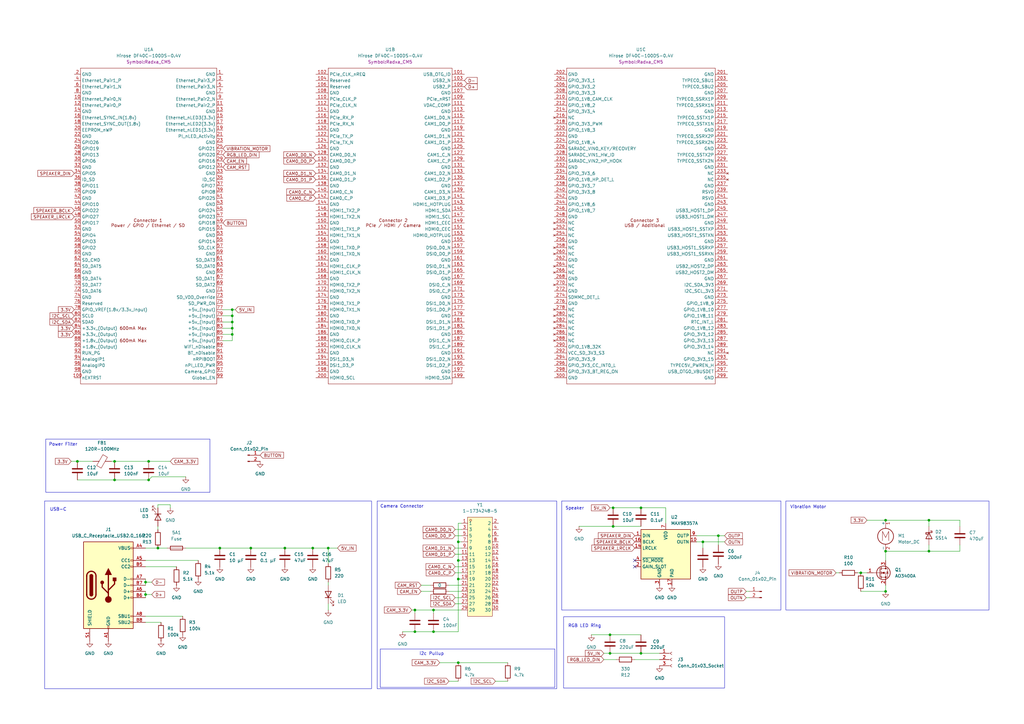
<source format=kicad_sch>
(kicad_sch (version 20250114) (generator "eeschema") (generator_version "9.0")
  (paper "A3")
  (rectangle (start 322.326 205.486) (end 405.638 250.19))
  (rectangle (start 154.686 205.486) (end 228.346 282.448))
  (rectangle (start 18.796 180.086) (end 86.106 201.93))
  (rectangle (start 230.378 205.486) (end 320.294 250.19))
  (rectangle (start 155.956 266.192) (end 227.584 281.94))
  (rectangle (start 18.288 205.486) (end 152.4 282.448))
  (rectangle (start 231.14 252.984) (end 297.18 282.194))
  (text "i2c Pullup" (at 177.038 268.224 0) (effects (font (size 1.27 1.27))))
  (text "Speaker\n" (at 235.712 208.534 0) (effects (font (size 1.27 1.27))))
  (text "USB-C\n" (at 23.876 209.042 0) (effects (font (size 1.27 1.27))))
  (text "RGB LED Ring" (at 239.776 256.794 0) (effects (font (size 1.27 1.27))))
  (text "Power Filter\n" (at 25.908 182.372 0) (effects (font (size 1.27 1.27))))
  (text "Camera Connector" (at 164.846 207.772 0) (effects (font (size 1.27 1.27))))
  (text "Vibration Motor\n" (at 331.47 208.026 0) (effects (font (size 1.27 1.27))))
  (junction (at 262.89 267.97))
  (junction (at 363.22 213.36))
  (junction (at 64.77 224.79))
  (junction (at 251.46 215.9))
  (junction (at 288.29 222.25))
  (junction (at 46.99 189.23))
  (junction (at 294.64 219.71))
  (junction (at 187.96 222.25))
  (junction (at 128.27 224.79))
  (junction (at 353.06 234.95))
  (junction (at 363.22 242.57))
  (junction (at 59.69 243.84))
  (junction (at 250.19 267.97))
  (junction (at 116.84 224.79))
  (junction (at 31.75 189.23))
  (junction (at 102.87 224.79))
  (junction (at 363.22 226.06))
  (junction (at 95.25 127))
  (junction (at 95.25 132.08))
  (junction (at 170.18 250.19))
  (junction (at 59.69 238.76))
  (junction (at 46.99 196.85))
  (junction (at 187.96 229.87))
  (junction (at 60.96 189.23))
  (junction (at 90.17 224.79))
  (junction (at 134.62 224.79))
  (junction (at 381 226.06))
  (junction (at 177.8 259.08))
  (junction (at 251.46 208.28))
  (junction (at 95.25 137.16))
  (junction (at 170.18 259.08))
  (junction (at 262.89 208.28))
  (junction (at 177.8 250.19))
  (junction (at 95.25 134.62))
  (junction (at 60.96 196.85))
  (junction (at 187.96 271.78))
  (junction (at 95.25 129.54))
  (junction (at 250.19 260.35))
  (junction (at 381 213.36))
  (junction (at 187.96 237.49))
  (no_connect (at 260.35 229.87))
  (no_connect (at 260.35 232.41))
  (wire (pts (xy 381 213.36) (xy 381 215.9)))
  (wire (pts (xy 91.44 127) (xy 95.25 127)))
  (wire (pts (xy 260.35 270.51) (xy 270.51 270.51)))
  (wire (pts (xy 102.87 224.79) (xy 116.84 224.79)))
  (wire (pts (xy 95.25 127) (xy 96.52 127)))
  (wire (pts (xy 59.69 242.57) (xy 59.69 243.84)))
  (wire (pts (xy 288.29 222.25) (xy 288.29 224.79)))
  (wire (pts (xy 294.64 219.71) (xy 294.64 223.52)))
  (wire (pts (xy 59.69 237.49) (xy 59.69 238.76)))
  (wire (pts (xy 62.23 238.76) (xy 59.69 238.76)))
  (wire (pts (xy 59.69 252.73) (xy 74.93 252.73)))
  (wire (pts (xy 251.46 208.28) (xy 262.89 208.28)))
  (wire (pts (xy 184.15 242.57) (xy 189.23 242.57)))
  (wire (pts (xy 247.65 267.97) (xy 250.19 267.97)))
  (wire (pts (xy 355.6 213.36) (xy 363.22 213.36)))
  (wire (pts (xy 288.29 222.25) (xy 285.75 222.25)))
  (wire (pts (xy 342.9 234.95) (xy 344.17 234.95)))
  (wire (pts (xy 187.96 271.78) (xy 208.28 271.78)))
  (wire (pts (xy 186.69 245.11) (xy 189.23 245.11)))
  (wire (pts (xy 60.96 189.23) (xy 69.85 189.23)))
  (wire (pts (xy 134.62 224.79) (xy 134.62 231.14)))
  (wire (pts (xy 393.7 213.36) (xy 393.7 215.9)))
  (wire (pts (xy 45.72 189.23) (xy 46.99 189.23)))
  (wire (pts (xy 64.77 207.01) (xy 64.77 208.28)))
  (wire (pts (xy 172.72 240.03) (xy 176.53 240.03)))
  (wire (pts (xy 297.18 219.71) (xy 294.64 219.71)))
  (wire (pts (xy 250.19 208.28) (xy 251.46 208.28)))
  (wire (pts (xy 306.07 242.57) (xy 307.34 242.57)))
  (wire (pts (xy 116.84 224.79) (xy 128.27 224.79)))
  (wire (pts (xy 187.96 237.49) (xy 189.23 237.49)))
  (wire (pts (xy 177.8 250.19) (xy 177.8 251.46)))
  (wire (pts (xy 187.96 229.87) (xy 187.96 237.49)))
  (wire (pts (xy 64.77 224.79) (xy 68.58 224.79)))
  (wire (pts (xy 251.46 215.9) (xy 262.89 215.9)))
  (wire (pts (xy 306.07 245.11) (xy 307.34 245.11)))
  (wire (pts (xy 273.05 208.28) (xy 273.05 214.63)))
  (wire (pts (xy 95.25 127) (xy 95.25 129.54)))
  (wire (pts (xy 262.89 208.28) (xy 273.05 208.28)))
  (wire (pts (xy 59.69 232.41) (xy 72.39 232.41)))
  (wire (pts (xy 353.06 242.57) (xy 363.22 242.57)))
  (wire (pts (xy 31.75 196.85) (xy 46.99 196.85)))
  (wire (pts (xy 250.19 267.97) (xy 262.89 267.97)))
  (wire (pts (xy 186.69 234.95) (xy 189.23 234.95)))
  (wire (pts (xy 95.25 137.16) (xy 95.25 139.7)))
  (wire (pts (xy 59.69 224.79) (xy 64.77 224.79)))
  (wire (pts (xy 62.23 243.84) (xy 59.69 243.84)))
  (wire (pts (xy 90.17 224.79) (xy 102.87 224.79)))
  (wire (pts (xy 91.44 129.54) (xy 95.25 129.54)))
  (wire (pts (xy 247.65 270.51) (xy 252.73 270.51)))
  (wire (pts (xy 237.49 215.9) (xy 251.46 215.9)))
  (wire (pts (xy 95.25 134.62) (xy 95.25 137.16)))
  (wire (pts (xy 186.69 224.79) (xy 189.23 224.79)))
  (wire (pts (xy 76.2 195.58) (xy 62.23 195.58)))
  (wire (pts (xy 187.96 214.63) (xy 189.23 214.63)))
  (wire (pts (xy 186.69 217.17) (xy 189.23 217.17)))
  (wire (pts (xy 76.2 224.79) (xy 90.17 224.79)))
  (wire (pts (xy 165.1 259.08) (xy 170.18 259.08)))
  (wire (pts (xy 186.69 247.65) (xy 189.23 247.65)))
  (wire (pts (xy 95.25 129.54) (xy 95.25 132.08)))
  (wire (pts (xy 59.69 243.84) (xy 59.69 245.11)))
  (wire (pts (xy 69.85 207.01) (xy 64.77 207.01)))
  (wire (pts (xy 187.96 222.25) (xy 187.96 229.87)))
  (wire (pts (xy 363.22 226.06) (xy 381 226.06)))
  (wire (pts (xy 242.57 260.35) (xy 250.19 260.35)))
  (wire (pts (xy 59.69 238.76) (xy 59.69 240.03)))
  (wire (pts (xy 184.15 279.4) (xy 187.96 279.4)))
  (wire (pts (xy 184.15 240.03) (xy 189.23 240.03)))
  (wire (pts (xy 351.79 234.95) (xy 353.06 234.95)))
  (wire (pts (xy 64.77 215.9) (xy 64.77 217.17)))
  (wire (pts (xy 381 213.36) (xy 393.7 213.36)))
  (wire (pts (xy 363.22 242.57) (xy 363.22 240.03)))
  (wire (pts (xy 91.44 132.08) (xy 95.25 132.08)))
  (wire (pts (xy 363.22 213.36) (xy 381 213.36)))
  (wire (pts (xy 128.27 224.79) (xy 134.62 224.79)))
  (wire (pts (xy 381 226.06) (xy 393.7 226.06)))
  (wire (pts (xy 186.69 232.41) (xy 189.23 232.41)))
  (wire (pts (xy 62.23 195.58) (xy 60.96 196.85)))
  (wire (pts (xy 168.91 250.19) (xy 170.18 250.19)))
  (wire (pts (xy 187.96 222.25) (xy 189.23 222.25)))
  (wire (pts (xy 262.89 267.97) (xy 270.51 267.97)))
  (wire (pts (xy 297.18 222.25) (xy 288.29 222.25)))
  (wire (pts (xy 91.44 134.62) (xy 95.25 134.62)))
  (wire (pts (xy 187.96 214.63) (xy 187.96 222.25)))
  (wire (pts (xy 69.85 207.01) (xy 69.85 208.28)))
  (wire (pts (xy 134.62 247.65) (xy 134.62 250.19)))
  (wire (pts (xy 177.8 259.08) (xy 187.96 259.08)))
  (wire (pts (xy 59.69 255.27) (xy 66.04 255.27)))
  (wire (pts (xy 46.99 196.85) (xy 60.96 196.85)))
  (wire (pts (xy 134.62 224.79) (xy 138.43 224.79)))
  (wire (pts (xy 59.69 229.87) (xy 81.28 229.87)))
  (wire (pts (xy 134.62 240.03) (xy 134.62 238.76)))
  (wire (pts (xy 250.19 260.35) (xy 262.89 260.35)))
  (wire (pts (xy 170.18 259.08) (xy 177.8 259.08)))
  (wire (pts (xy 180.34 271.78) (xy 187.96 271.78)))
  (wire (pts (xy 186.69 227.33) (xy 189.23 227.33)))
  (wire (pts (xy 29.21 189.23) (xy 31.75 189.23)))
  (wire (pts (xy 91.44 137.16) (xy 95.25 137.16)))
  (wire (pts (xy 91.44 139.7) (xy 95.25 139.7)))
  (wire (pts (xy 186.69 219.71) (xy 189.23 219.71)))
  (wire (pts (xy 177.8 250.19) (xy 189.23 250.19)))
  (wire (pts (xy 187.96 229.87) (xy 189.23 229.87)))
  (wire (pts (xy 353.06 234.95) (xy 355.6 234.95)))
  (wire (pts (xy 363.22 226.06) (xy 363.22 229.87)))
  (wire (pts (xy 187.96 237.49) (xy 187.96 259.08)))
  (wire (pts (xy 170.18 250.19) (xy 170.18 251.46)))
  (wire (pts (xy 294.64 219.71) (xy 285.75 219.71)))
  (wire (pts (xy 381 223.52) (xy 381 226.06)))
  (wire (pts (xy 208.28 279.4) (xy 203.2 279.4)))
  (wire (pts (xy 170.18 250.19) (xy 177.8 250.19)))
  (wire (pts (xy 31.75 189.23) (xy 38.1 189.23)))
  (wire (pts (xy 172.72 242.57) (xy 176.53 242.57)))
  (wire (pts (xy 393.7 223.52) (xy 393.7 226.06)))
  (wire (pts (xy 46.99 189.23) (xy 60.96 189.23)))
  (wire (pts (xy 95.25 132.08) (xy 95.25 134.62)))
  (global_label "3.3V" (shape input) (at 30.48 137.16 180) (property "Intersheetrefs" "${INTERSHEET_REFS}" (effects (hide yes))))
  (global_label "SPEAKER_LRCLK" (shape input) (at 260.35 224.79 180) (property "Intersheetrefs" "${INTERSHEET_REFS}" (effects (hide yes))))
  (global_label "i2C_SDA" (shape input) (at 184.15 279.4 180) (property "Intersheetrefs" "${INTERSHEET_REFS}" (effects (hide yes))))
  (global_label "SPEAKER_BCLK" (shape input) (at 30.48 86.36 180) (property "Intersheetrefs" "${INTERSHEET_REFS}" (effects (hide yes))))
  (global_label "SPEAKER_LRCLK" (shape input) (at 30.48 88.9 180) (property "Intersheetrefs" "${INTERSHEET_REFS}" (effects (hide yes))))
  (global_label "RGB_LED_DIN" (shape input) (at 91.44 63.5 0) (property "Intersheetrefs" "${INTERSHEET_REFS}" (effects (hide yes))))
  (global_label "CAM0_D0_N" (shape input) (at 186.69 217.17 180) (property "Intersheetrefs" "${INTERSHEET_REFS}" (effects (hide yes))))
  (global_label "CAM_3.3V" (shape input) (at 168.91 250.19 180) (property "Intersheetrefs" "${INTERSHEET_REFS}" (effects (hide yes))))
  (global_label "VIBRATION_MOTOR" (shape input) (at 91.44 60.96 0) (property "Intersheetrefs" "${INTERSHEET_REFS}" (effects (hide yes))))
  (global_label "OUTN" (shape input) (at 306.07 245.11 180) (property "Intersheetrefs" "${INTERSHEET_REFS}" (effects (hide yes))))
  (global_label "BUTTON" (shape input) (at 91.44 91.44 0) (property "Intersheetrefs" "${INTERSHEET_REFS}" (effects (hide yes))))
  (global_label "CAM0_D0_N" (shape input) (at 129.54 63.5 180) (property "Intersheetrefs" "${INTERSHEET_REFS}" (effects (hide yes))))
  (global_label "CAM0_C_P" (shape input) (at 129.54 81.28 180) (property "Intersheetrefs" "${INTERSHEET_REFS}" (effects (hide yes))))
  (global_label "5V_IN" (shape input) (at 138.43 224.79 0) (property "Intersheetrefs" "${INTERSHEET_REFS}" (effects (hide yes))))
  (global_label "CAM_3.3V" (shape input) (at 69.85 189.23 0) (property "Intersheetrefs" "${INTERSHEET_REFS}" (effects (hide yes))))
  (global_label "3.3V" (shape input) (at 30.48 127 180) (property "Intersheetrefs" "${INTERSHEET_REFS}" (effects (hide yes))))
  (global_label "OUTP" (shape input) (at 306.07 242.57 180) (property "Intersheetrefs" "${INTERSHEET_REFS}" (effects (hide yes))))
  (global_label "3.3V" (shape input) (at 30.48 134.62 180) (property "Intersheetrefs" "${INTERSHEET_REFS}" (effects (hide yes))))
  (global_label "CAM0_D1_N" (shape input) (at 129.54 71.12 180) (property "Intersheetrefs" "${INTERSHEET_REFS}" (effects (hide yes))))
  (global_label "CAM0_D0_P" (shape input) (at 129.54 66.04 180) (property "Intersheetrefs" "${INTERSHEET_REFS}" (effects (hide yes))))
  (global_label "D-" (shape input) (at 190.5 33.02 0) (property "Intersheetrefs" "${INTERSHEET_REFS}" (effects (hide yes))))
  (global_label "CAM0_C_P" (shape input) (at 186.69 234.95 180) (property "Intersheetrefs" "${INTERSHEET_REFS}" (effects (hide yes))))
  (global_label "SPEAKER_DIN" (shape input) (at 260.35 219.71 180) (property "Intersheetrefs" "${INTERSHEET_REFS}" (effects (hide yes))))
  (global_label "D+" (shape input) (at 62.23 243.84 0) (property "Intersheetrefs" "${INTERSHEET_REFS}" (effects (hide yes))))
  (global_label "i2C_SCL" (shape input) (at 30.48 129.54 180) (property "Intersheetrefs" "${INTERSHEET_REFS}" (effects (hide yes))))
  (global_label "SPEAKER_DIN" (shape input) (at 30.48 71.12 180) (property "Intersheetrefs" "${INTERSHEET_REFS}" (effects (hide yes))))
  (global_label "CAM_RST" (shape input) (at 172.72 240.03 180) (property "Intersheetrefs" "${INTERSHEET_REFS}" (effects (hide yes))))
  (global_label "OUTN" (shape input) (at 297.18 222.25 0) (property "Intersheetrefs" "${INTERSHEET_REFS}" (effects (hide yes))))
  (global_label "SPEAKER_BCLK" (shape input) (at 260.35 222.25 180) (property "Intersheetrefs" "${INTERSHEET_REFS}" (effects (hide yes))))
  (global_label "i2C_SDA" (shape input) (at 30.48 132.08 180) (property "Intersheetrefs" "${INTERSHEET_REFS}" (effects (hide yes))))
  (global_label "i2C_SCL" (shape input) (at 186.69 245.11 180) (property "Intersheetrefs" "${INTERSHEET_REFS}" (effects (hide yes))))
  (global_label "CAM0_D1_N" (shape input) (at 186.69 224.79 180) (property "Intersheetrefs" "${INTERSHEET_REFS}" (effects (hide yes))))
  (global_label "CAM0_C_N" (shape input) (at 186.69 232.41 180) (property "Intersheetrefs" "${INTERSHEET_REFS}" (effects (hide yes))))
  (global_label "D+" (shape input) (at 190.5 35.56 0) (property "Intersheetrefs" "${INTERSHEET_REFS}" (effects (hide yes))))
  (global_label "5V_IN" (shape input) (at 247.65 267.97 180) (property "Intersheetrefs" "${INTERSHEET_REFS}" (effects (hide yes))))
  (global_label "CAM_RST" (shape input) (at 91.44 68.58 0) (property "Intersheetrefs" "${INTERSHEET_REFS}" (effects (hide yes))))
  (global_label "CAM0_D0_P" (shape input) (at 186.69 219.71 180) (property "Intersheetrefs" "${INTERSHEET_REFS}" (effects (hide yes))))
  (global_label "CAM_EN" (shape input) (at 91.44 66.04 0) (property "Intersheetrefs" "${INTERSHEET_REFS}" (effects (hide yes))))
  (global_label "3.3V" (shape input) (at 355.6 213.36 180) (property "Intersheetrefs" "${INTERSHEET_REFS}" (effects (hide yes))))
  (global_label "CAM_EN" (shape input) (at 172.72 242.57 180) (property "Intersheetrefs" "${INTERSHEET_REFS}" (effects (hide yes))))
  (global_label "CAM_3.3V" (shape input) (at 180.34 271.78 180) (property "Intersheetrefs" "${INTERSHEET_REFS}" (effects (hide yes))))
  (global_label "i2C_SCL" (shape input) (at 203.2 279.4 180) (property "Intersheetrefs" "${INTERSHEET_REFS}" (effects (hide yes))))
  (global_label "BUTTON" (shape input) (at 106.68 186.69 0) (property "Intersheetrefs" "${INTERSHEET_REFS}" (effects (hide yes))))
  (global_label "5V_IN" (shape input) (at 96.52 127 0) (property "Intersheetrefs" "${INTERSHEET_REFS}" (effects (hide yes))))
  (global_label "OUTP" (shape input) (at 297.18 219.71 0) (property "Intersheetrefs" "${INTERSHEET_REFS}" (effects (hide yes))))
  (global_label "i2C_SDA" (shape input) (at 186.69 247.65 180) (property "Intersheetrefs" "${INTERSHEET_REFS}" (effects (hide yes))))
  (global_label "3.3V" (shape input) (at 29.21 189.23 180) (property "Intersheetrefs" "${INTERSHEET_REFS}" (effects (hide yes))))
  (global_label "RGB_LED_DIN" (shape input) (at 247.65 270.51 180) (property "Intersheetrefs" "${INTERSHEET_REFS}" (effects (hide yes))))
  (global_label "CAM0_D1_P" (shape input) (at 129.54 73.66 180) (property "Intersheetrefs" "${INTERSHEET_REFS}" (effects (hide yes))))
  (global_label "5V_IN" (shape input) (at 250.19 208.28 180) (property "Intersheetrefs" "${INTERSHEET_REFS}" (effects (hide yes))))
  (global_label "VIBRATION_MOTOR" (shape input) (at 342.9 234.95 180) (property "Intersheetrefs" "${INTERSHEET_REFS}" (effects (hide yes))))
  (global_label "CAM0_C_N" (shape input) (at 129.54 78.74 180) (property "Intersheetrefs" "${INTERSHEET_REFS}" (effects (hide yes))))
  (global_label "CAM0_D1_P" (shape input) (at 186.69 227.33 180) (property "Intersheetrefs" "${INTERSHEET_REFS}" (effects (hide yes))))
  (global_label "D-" (shape input) (at 62.23 238.76 0) (property "Intersheetrefs" "${INTERSHEET_REFS}" (effects (hide yes))))
  (symbol (lib_id "Device:R") (at 72.39 236.22 0) (unit 1)
    (property "Reference" "R2" (at 74.93 234.9499 0) (effects (justify left)))
    (property "Value" "5.1k" (at 74.93 237.4899 0) (effects (justify left)))
    (property "Footprint" "Resistor_SMD:R_0805_2012Metric" (effects (hide yes)))
    (property "Description" "Resistor" (effects (hide yes)))
  )
  (symbol (lib_id "power:GND") (at 76.2 195.58 0) (unit 1)
    (property "Reference" "#PWR021" (effects (hide yes)))
    (property "Value" "GND" (at 76.2 200.66 0))
    (property "Description" "Power symbol creates a global label with name \"GND\" , ground" (effects (hide yes)))
  )
  (symbol (lib_id "Device:R") (at 353.06 238.76 0) (mirror x) (unit 1)
    (property "Reference" "R11" (at 356.87 237.49 0))
    (property "Value" "10k" (at 356.87 240.03 0))
    (property "Footprint" "Resistor_SMD:R_0805_2012Metric" (effects (hide yes)))
    (property "Description" "Resistor" (effects (hide yes)))
  )
  (symbol (lib_id "Device:FerriteBead") (at 41.91 189.23 90) (unit 1)
    (property "Reference" "FB1" (at 41.8592 181.61 90))
    (property "Value" "120R-100MHz" (at 41.8592 184.15 90))
    (property "Footprint" "Capacitor_SMD:C_0805_2012Metric" (effects (hide yes)))
    (property "Description" "Ferrite bead" (effects (hide yes)))
  )
  (symbol (lib_id "Device:C") (at 251.46 212.09 0) (unit 1)
    (property "Reference" "C10" (at 255.27 210.8199 0) (effects (justify left)))
    (property "Value" "10 uF" (at 255.27 213.3599 0) (effects (justify left)))
    (property "Footprint" "Capacitor_SMD:C_0805_2012Metric" (effects (hide yes)))
    (property "Description" "Unpolarized capacitor" (effects (hide yes)))
  )
  (symbol (lib_id "Device:R") (at 81.28 233.68 0) (unit 1)
    (property "Reference" "R4" (at 83.82 232.4099 0) (effects (justify left)))
    (property "Value" "5.1k" (at 83.82 234.9499 0) (effects (justify left)))
    (property "Footprint" "Resistor_SMD:R_0805_2012Metric" (effects (hide yes)))
    (property "Description" "Resistor" (effects (hide yes)))
  )
  (symbol (lib_id "power:GND") (at 165.1 259.08 0) (unit 1)
    (property "Reference" "#PWR018" (effects (hide yes)))
    (property "Value" "GND" (at 165.1 264.16 0))
    (property "Description" "Power symbol creates a global label with name \"GND\" , ground" (effects (hide yes)))
  )
  (symbol (lib_id "Device:R") (at 208.28 275.59 0) (unit 1)
    (property "Reference" "R9" (at 210.82 274.3199 0) (effects (justify left)))
    (property "Value" "4.7k" (at 210.82 276.8599 0) (effects (justify left)))
    (property "Footprint" "Resistor_SMD:R_0603_1608Metric" (effects (hide yes)))
    (property "Description" "Resistor" (effects (hide yes)))
  )
  (symbol (lib_id "Device:C") (at 250.19 264.16 0) (unit 1)
    (property "Reference" "C8" (at 254 262.8899 0) (effects (justify left)))
    (property "Value" "220 uF" (at 254 265.4299 0) (effects (justify left)))
    (property "Footprint" "Capacitor_SMD:C_0805_2012Metric" (effects (hide yes)))
    (property "Description" "Unpolarized capacitor" (effects (hide yes)))
  )
  (symbol (lib_id "MCU_Module:Radxa_CM5") (at 60.96 91.44 0) (unit 1)
    (property "Reference" "U1" (at 60.96 20.32 0))
    (property "Value" "Hirose DF40C-100DS-0.4V" (at 60.96 22.86 0))
    (property "Footprint" "Symbol:Radxa_CM5" (at 60.96 25.4 0))
    (property "Datasheet" "https://radxa.com/products/cm/cm5/#documentations" (effects (hide yes)))
    (property "Description" "Radxa CM5" (effects (hide yes)))
    (property "Version" "1.0" (effects (hide yes)))
  )
  (symbol (lib_id "Device:C") (at 170.18 255.27 0) (unit 1)
    (property "Reference" "C3" (effects (hide yes)))
    (property "Value" "10uF" (effects (hide yes)))
    (property "Footprint" "Capacitor_SMD:C_0805_2012Metric" (effects (hide yes)))
    (property "Description" "Unpolarized capacitor" (effects (hide yes)))
  )
  (symbol (lib_id "Device:C") (at 128.27 228.6 0) (unit 1)
    (property "Reference" "C16" (at 132.08 227.3299 0) (effects (justify left)))
    (property "Value" "47uF" (at 132.08 229.8699 0) (effects (justify left)))
    (property "Footprint" "Capacitor_SMD:C_1206_3216Metric" (effects (hide yes)))
    (property "Description" "Unpolarized capacitor" (effects (hide yes)))
  )
  (symbol (lib_id "Device:C") (at 288.29 228.6 0) (unit 1)
    (property "Reference" "C5" (effects (hide yes)))
    (property "Value" "200nF" (effects (hide yes)))
    (property "Footprint" "Capacitor_SMD:C_0805_2012Metric" (effects (hide yes)))
    (property "Description" "Unpolarized capacitor" (effects (hide yes)))
  )
  (symbol (lib_id "power:GND") (at 242.57 260.35 0) (unit 1)
    (property "Reference" "#PWR09" (effects (hide yes)))
    (property "Value" "GND" (at 242.57 265.43 0))
    (property "Description" "Power symbol creates a global label with name \"GND\" , ground" (effects (hide yes)))
  )
  (symbol (lib_id "Device:C") (at 90.17 228.6 0) (unit 1)
    (property "Reference" "C1" (at 93.98 227.3299 0) (effects (justify left)))
    (property "Value" "10 µF" (at 93.98 229.8699 0) (effects (justify left)))
    (property "Footprint" "Capacitor_SMD:C_0805_2012Metric" (effects (hide yes)))
    (property "Description" "Unpolarized capacitor" (effects (hide yes)))
  )
  (symbol (lib_id "Connector:Conn_01x02_Pin") (at 101.6 186.69 0) (unit 1)
    (property "Reference" "J2" (at 102.235 181.61 0))
    (property "Value" "Conn_01x02_Pin" (at 102.235 184.15 0))
    (property "Footprint" "TestPoint:TestPoint_Pad_3.0x3.0mm" (effects (hide yes)))
    (property "Description" "Generic connector, single row, 01x02, script generated" (effects (hide yes)))
  )
  (symbol (lib_id "power:GND") (at 294.64 231.14 0) (unit 1)
    (property "Reference" "#PWR016" (effects (hide yes)))
    (property "Value" "GND" (at 294.64 236.22 0))
    (property "Description" "Power symbol creates a global label with name \"GND\" , ground" (effects (hide yes)))
  )
  (symbol (lib_id "Device:C") (at 177.8 255.27 0) (unit 1)
    (property "Reference" "C4" (at 181.61 253.9999 0) (effects (justify left)))
    (property "Value" "100nF" (at 181.61 256.5399 0) (effects (justify left)))
    (property "Footprint" "Capacitor_SMD:C_0805_2012Metric" (effects (hide yes)))
    (property "Description" "Unpolarized capacitor" (effects (hide yes)))
  )
  (symbol (lib_id "power:GND") (at 270.51 240.03 0) (unit 1)
    (property "Reference" "#PWR013" (effects (hide yes)))
    (property "Value" "GND" (at 270.51 245.11 0))
    (property "Description" "Power symbol creates a global label with name \"GND\" , ground" (effects (hide yes)))
  )
  (symbol (lib_id "Device:C") (at 294.64 227.33 0) (unit 1)
    (property "Reference" "C6" (at 298.45 226.0599 0) (effects (justify left)))
    (property "Value" "200nF" (at 298.45 228.5999 0) (effects (justify left)))
    (property "Footprint" "Capacitor_SMD:C_0805_2012Metric" (effects (hide yes)))
    (property "Description" "Unpolarized capacitor" (effects (hide yes)))
  )
  (symbol (lib_id "power:GND") (at 363.22 242.57 0) (unit 1)
    (property "Reference" "#PWR012" (effects (hide yes)))
    (property "Value" "GND" (at 363.22 247.65 0))
    (property "Description" "Power symbol creates a global label with name \"GND\" , ground" (effects (hide yes)))
  )
  (symbol (lib_id "power:GND") (at 275.59 240.03 0) (unit 1)
    (property "Reference" "#PWR014" (effects (hide yes)))
    (property "Value" "GND" (at 275.59 245.11 0))
    (property "Description" "Power symbol creates a global label with name \"GND\" , ground" (effects (hide yes)))
  )
  (symbol (lib_id "power:GND") (at 36.83 262.89 0) (unit 1)
    (property "Reference" "#PWR08" (effects (hide yes)))
    (property "Value" "GND" (at 36.83 267.97 0))
    (property "Description" "Power symbol creates a global label with name \"GND\" , ground" (effects (hide yes)))
  )
  (symbol (lib_id "Device:C") (at 102.87 228.6 0) (unit 1)
    (property "Reference" "C2" (at 106.68 227.3299 0) (effects (justify left)))
    (property "Value" "0.1 µF" (at 106.68 229.8699 0) (effects (justify left)))
    (property "Footprint" "Capacitor_SMD:C_0805_2012Metric" (effects (hide yes)))
    (property "Description" "Unpolarized capacitor" (effects (hide yes)))
  )
  (symbol (lib_id "Device:C") (at 262.89 212.09 0) (unit 1)
    (property "Reference" "C11" (at 266.7 210.8199 0) (effects (justify left)))
    (property "Value" "0.1 uF" (at 266.7 213.3599 0) (effects (justify left)))
    (property "Footprint" "Capacitor_SMD:C_0805_2012Metric" (effects (hide yes)))
    (property "Description" "Unpolarized capacitor" (effects (hide yes)))
  )
  (symbol (lib_id "Device:Fuse") (at 72.39 224.79 90) (unit 1)
    (property "Reference" "5A1" (at 72.39 218.44 90))
    (property "Value" "Fuse" (at 72.39 220.98 90))
    (property "Footprint" "Fuse:Fuse_1206_3216Metric" (effects (hide yes)))
    (property "Description" "Fuse" (effects (hide yes)))
  )
  (symbol (lib_id "Device:R") (at 74.93 256.54 0) (unit 1)
    (property "Reference" "R3" (at 77.47 255.2699 0) (effects (justify left)))
    (property "Value" "100k" (at 77.47 257.8099 0) (effects (justify left)))
    (property "Footprint" "Resistor_SMD:R_0805_2012Metric" (effects (hide yes)))
    (property "Description" "Resistor" (effects (hide yes)))
  )
  (symbol (lib_id "Connector:Conn_01x03_Socket") (at 275.59 270.51 0) (unit 1)
    (property "Reference" "J3" (at 277.876 270.51 0) (effects (justify left)))
    (property "Value" "Conn_01x03_Socket" (at 277.876 273.05 0) (effects (justify left)))
    (property "Footprint" "TestPoint:TestPoint_Pad_2.5x2.5mm" (effects (hide yes)))
    (property "Description" "Generic connector, single row, 01x03, script generated" (effects (hide yes)))
  )
  (symbol (lib_id "Device:C") (at 46.99 193.04 0) (unit 1)
    (property "Reference" "C13" (at 50.8 191.7699 0) (effects (justify left)))
    (property "Value" "100nF" (at 50.8 194.3099 0) (effects (justify left)))
    (property "Footprint" "Capacitor_SMD:C_0805_2012Metric" (effects (hide yes)))
    (property "Description" "Unpolarized capacitor" (effects (hide yes)))
  )
  (symbol (lib_id "Device:LED") (at 134.62 243.84 90) (unit 1)
    (property "Reference" "D1" (at 138.43 244.1574 90) (effects (justify right)))
    (property "Value" "LED" (at 138.43 246.6974 90) (effects (justify right)))
    (property "Footprint" "LED_SMD:LED_0805_2012Metric" (effects (hide yes)))
    (property "Description" "Light emitting diode" (effects (hide yes)))
    (property "Sim.Pins" "1=K 2=A" (effects (hide yes)))
  )
  (symbol (lib_id "power:GND") (at 81.28 237.49 0) (unit 1)
    (property "Reference" "#PWR02" (effects (hide yes)))
    (property "Value" "GND" (at 81.28 242.57 0))
    (property "Description" "Power symbol creates a global label with name \"GND\" , ground" (effects (hide yes)))
  )
  (symbol (lib_id "Device:C") (at 393.7 219.71 180) (unit 1)
    (property "Reference" "C7" (at 397.51 218.4399 0) (effects (justify right)))
    (property "Value" "470 uF" (at 397.51 220.9799 0) (effects (justify right)))
    (property "Footprint" "Capacitor_SMD:C_0805_2012Metric" (effects (hide yes)))
    (property "Description" "Unpolarized capacitor" (effects (hide yes)))
  )
  (symbol (lib_id "Device:R") (at 347.98 234.95 90) (unit 1)
    (property "Reference" "R10" (at 347.98 228.6 90))
    (property "Value" "100" (at 347.98 231.14 90))
    (property "Footprint" "Resistor_SMD:R_0805_2012Metric" (effects (hide yes)))
    (property "Description" "Resistor" (effects (hide yes)))
  )
  (symbol (lib_id "Device:R") (at 180.34 240.03 90) (unit 1)
    (property "Reference" "R7" (effects (hide yes)))
    (property "Value" "0" (at 180.34 240.03 90))
    (property "Footprint" "Resistor_SMD:R_0805_2012Metric" (effects (hide yes)))
    (property "Description" "Resistor" (effects (hide yes)))
  )
  (symbol (lib_id "Motor:Motor_DC") (at 363.22 218.44 0) (unit 1)
    (property "Reference" "M1" (at 368.3 219.7099 0) (effects (justify left)))
    (property "Value" "Motor_DC" (at 368.3 222.2499 0) (effects (justify left)))
    (property "Footprint" "TestPoint:TestPoint_Pad_2.0x2.0mm" (effects (hide yes)))
    (property "Description" "DC Motor" (effects (hide yes)))
  )
  (symbol (lib_id "Device:C") (at 31.75 193.04 0) (unit 1)
    (property "Reference" "C12" (at 35.56 191.7699 0) (effects (justify left)))
    (property "Value" "10uF" (at 35.56 194.3099 0) (effects (justify left)))
    (property "Footprint" "Capacitor_SMD:C_0805_2012Metric" (effects (hide yes)))
    (property "Description" "Unpolarized capacitor" (effects (hide yes)))
  )
  (symbol (lib_id "power:GND") (at 128.27 232.41 0) (unit 1)
    (property "Reference" "#PWR020" (effects (hide yes)))
    (property "Value" "GND" (at 128.27 237.49 0))
    (property "Description" "Power symbol creates a global label with name \"GND\" , ground" (effects (hide yes)))
  )
  (symbol (lib_id "Connector:USB_C_Receptacle_USB2.0_16P") (at 44.45 240.03 0) (unit 1)
    (property "Reference" "J1" (at 44.45 217.17 0))
    (property "Value" "USB_C_Receptacle_USB2.0_16P" (at 44.45 219.71 0))
    (property "Footprint" "Connector_USB:USB_C_Receptacle_G-Switch_GT-USB-7010ASV" (effects (hide yes)))
    (property "Datasheet" "https://www.usb.org/sites/default/files/documents/usb_type-c.zip" (effects (hide yes)))
    (property "Description" "USB 2.0-only 16P Type-C Receptacle connector" (effects (hide yes)))
  )
  (symbol (lib_id "power:GND") (at 134.62 250.19 0) (unit 1)
    (property "Reference" "#PWR017" (effects (hide yes)))
    (property "Value" "GND" (at 134.62 255.27 0))
    (property "Description" "Power symbol creates a global label with name \"GND\" , ground" (effects (hide yes)))
  )
  (symbol (lib_id "MCU_Module:Radxa_CM5") (at 160.02 91.44 0) (unit 2)
    (property "Reference" "U1" (at 160.02 20.32 0))
    (property "Value" "Hirose DF40C-100DS-0.4V" (at 160.02 22.86 0))
    (property "Footprint" "Symbol:Radxa_CM5" (at 160.02 25.4 0))
    (property "Datasheet" "https://radxa.com/products/cm/cm5/#documentations" (effects (hide yes)))
    (property "Description" "Radxa CM5" (effects (hide yes)))
    (property "Version" "1.0" (effects (hide yes)))
  )
  (symbol (lib_id "Device:C") (at 262.89 264.16 0) (unit 1)
    (property "Reference" "C9" (at 267.716 263.144 0) (effects (justify left)))
    (property "Value" "220 uF" (at 266.7 265.4299 0) (effects (justify left)))
    (property "Footprint" "Capacitor_SMD:C_0805_2012Metric" (effects (hide yes)))
    (property "Description" "Unpolarized capacitor" (effects (hide yes)))
  )
  (symbol (lib_id "Device:R") (at 180.34 242.57 90) (unit 1)
    (property "Reference" "R8" (effects (hide yes)))
    (property "Value" "0" (effects (hide yes)))
    (property "Footprint" "Resistor_SMD:R_0805_2012Metric" (effects (hide yes)))
    (property "Description" "Resistor" (effects (hide yes)))
  )
  (symbol (lib_id "Device:R") (at 134.62 234.95 0) (unit 1)
    (property "Reference" "R5" (at 137.16 233.6799 0) (effects (justify left)))
    (property "Value" "220" (at 137.16 236.2199 0) (effects (justify left)))
    (property "Footprint" "Resistor_SMD:R_0805_2012Metric" (effects (hide yes)))
    (property "Description" "Resistor" (effects (hide yes)))
  )
  (symbol (lib_id "power:GND") (at 90.17 232.41 0) (unit 1)
    (property "Reference" "#PWR03" (effects (hide yes)))
    (property "Value" "GND" (at 90.17 237.49 0))
    (property "Description" "Power symbol creates a global label with name \"GND\" , ground" (effects (hide yes)))
  )
  (symbol (lib_id "MCU_Module:Radxa_CM5") (at 262.89 91.44 0) (unit 3)
    (property "Reference" "U1" (at 262.89 20.32 0))
    (property "Value" "Hirose DF40C-100DS-0.4V" (at 262.89 22.86 0))
    (property "Footprint" "Symbol:Radxa_CM5" (at 262.89 25.4 0))
    (property "Datasheet" "https://radxa.com/products/cm/cm5/#documentations" (effects (hide yes)))
    (property "Description" "Radxa CM5" (effects (hide yes)))
    (property "Version" "1.0" (effects (hide yes)))
  )
  (symbol (lib_id "Device:R") (at 64.77 220.98 180) (unit 1)
    (property "Reference" "R13" (at 62.23 222.2501 0) (effects (justify left)))
    (property "Value" "220" (at 62.23 219.7101 0) (effects (justify left)))
    (property "Footprint" "Resistor_SMD:R_0805_2012Metric" (effects (hide yes)))
    (property "Description" "Resistor" (effects (hide yes)))
  )
  (symbol (lib_id "Device:C") (at 116.84 228.6 0) (unit 1)
    (property "Reference" "C15" (at 120.65 227.3299 0) (effects (justify left)))
    (property "Value" "47uF" (at 120.65 229.8699 0) (effects (justify left)))
    (property "Footprint" "Capacitor_SMD:C_1206_3216Metric" (effects (hide yes)))
    (property "Description" "Unpolarized capacitor" (effects (hide yes)))
  )
  (symbol (lib_id "power:GND") (at 72.39 240.03 0) (unit 1)
    (property "Reference" "#PWR01" (effects (hide yes)))
    (property "Value" "GND" (at 72.39 245.11 0))
    (property "Description" "Power symbol creates a global label with name \"GND\" , ground" (effects (hide yes)))
  )
  (symbol (lib_id "Device:C") (at 60.96 193.04 0) (unit 1)
    (property "Reference" "C14" (at 64.77 191.7699 0) (effects (justify left)))
    (property "Value" "10uF" (at 64.77 194.3099 0) (effects (justify left)))
    (property "Footprint" "Capacitor_SMD:C_0805_2012Metric" (effects (hide yes)))
    (property "Description" "Unpolarized capacitor" (effects (hide yes)))
  )
  (symbol (lib_id "EASYEDA2KICAD:1-1734248-5") (at 196.85 232.41 0) (unit 1)
    (property "Reference" "Y1" (at 196.85 207.01 0))
    (property "Value" "1-1734248-5" (at 196.85 209.55 0))
    (property "Footprint" "EASYEDA2KICAD:CONN-SMD_1-1734248-5" (effects (hide yes)))
    (property "LCSC Part" "C2922285" (effects (hide yes)))
  )
  (symbol (lib_id "power:GND") (at 44.45 262.89 0) (unit 1)
    (property "Reference" "#PWR07" (effects (hide yes)))
    (property "Value" "GND" (at 44.45 267.97 0))
    (property "Description" "Power symbol creates a global label with name \"GND\" , ground" (effects (hide yes)))
  )
  (symbol (lib_id "power:GND") (at 116.84 232.41 0) (unit 1)
    (property "Reference" "#PWR019" (effects (hide yes)))
    (property "Value" "GND" (at 116.84 237.49 0))
    (property "Description" "Power symbol creates a global label with name \"GND\" , ground" (effects (hide yes)))
  )
  (symbol (lib_id "power:GND") (at 66.04 262.89 0) (unit 1)
    (property "Reference" "#PWR05" (effects (hide yes)))
    (property "Value" "GND" (at 66.04 267.97 0))
    (property "Description" "Power symbol creates a global label with name \"GND\" , ground" (effects (hide yes)))
  )
  (symbol (lib_id "Audio:MAX98357A") (at 273.05 227.33 0) (unit 1)
    (property "Reference" "U2" (at 275.1933 212.09 0) (effects (justify left)))
    (property "Value" "MAX98357A" (at 275.1933 214.63 0) (effects (justify left)))
    (property "Footprint" "Package_DFN_QFN:TQFN-16-1EP_3x3mm_P0.5mm_EP1.23x1.23mm" (effects (hide yes)))
    (property "Datasheet" "https://www.analog.com/media/en/technical-documentation/data-sheets/MAX98357A-MAX98357B.pdf" (effects (hide yes)))
    (property "Description" "Mono DAC with amplifier, I2S, PCM, TDM, 32-bit, 96khz, 3.2W, TQFP-16" (effects (hide yes)))
  )
  (symbol (lib_id "power:GND") (at 74.93 260.35 0) (unit 1)
    (property "Reference" "#PWR06" (effects (hide yes)))
    (property "Value" "GND" (at 74.93 265.43 0))
    (property "Description" "Power symbol creates a global label with name \"GND\" , ground" (effects (hide yes)))
  )
  (symbol (lib_id "Diode:SS14") (at 381 219.71 270) (unit 1)
    (property "Reference" "D2" (at 383.54 218.1224 90) (effects (justify left)))
    (property "Value" "SS14" (at 383.54 220.6624 90) (effects (justify left)))
    (property "Footprint" "Diode_SMD:D_SMA" (effects (hide yes)))
    (property "Datasheet" "https://www.vishay.com/docs/88746/ss12.pdf" (effects (hide yes)))
    (property "Description" "40V 1A Schottky Diode, SMA" (effects (hide yes)))
  )
  (symbol (lib_id "power:GND") (at 237.49 215.9 0) (unit 1)
    (property "Reference" "#PWR010" (effects (hide yes)))
    (property "Value" "GND" (at 237.49 220.98 0))
    (property "Description" "Power symbol creates a global label with name \"GND\" , ground" (effects (hide yes)))
  )
  (symbol (lib_id "power:GND") (at 270.51 273.05 0) (unit 1)
    (property "Reference" "#PWR011" (effects (hide yes)))
    (property "Value" "GND" (at 270.51 278.13 0))
    (property "Description" "Power symbol creates a global label with name \"GND\" , ground" (effects (hide yes)))
  )
  (symbol (lib_id "Device:R") (at 256.54 270.51 270) (unit 1)
    (property "Reference" "R12" (at 256.54 276.86 90))
    (property "Value" "330" (at 256.54 274.32 90))
    (property "Footprint" "Resistor_SMD:R_0805_2012Metric" (effects (hide yes)))
    (property "Description" "Resistor" (effects (hide yes)))
  )
  (symbol (lib_id "power:GND") (at 106.68 189.23 0) (unit 1)
    (property "Reference" "#PWR023" (effects (hide yes)))
    (property "Value" "GND" (at 106.68 194.31 0))
    (property "Description" "Power symbol creates a global label with name \"GND\" , ground" (effects (hide yes)))
  )
  (symbol (lib_id "power:GND") (at 69.85 208.28 0) (unit 1)
    (property "Reference" "#PWR022" (effects (hide yes)))
    (property "Value" "GND" (at 69.85 213.36 0))
    (property "Description" "Power symbol creates a global label with name \"GND\" , ground" (effects (hide yes)))
  )
  (symbol (lib_id "Connector:Conn_01x02_Pin") (at 312.42 242.57 0) (mirror y) (unit 1)
    (property "Reference" "J4" (at 310.642 234.95 0))
    (property "Value" "Conn_01x02_Pin" (at 310.642 237.49 0))
    (property "Footprint" "TestPoint:TestPoint_Pad_2.0x2.0mm" (effects (hide yes)))
    (property "Description" "Generic connector, single row, 01x02, script generated" (effects (hide yes)))
  )
  (symbol (lib_id "Device:R") (at 187.96 275.59 0) (unit 1)
    (property "Reference" "R6" (at 190.5 274.3199 0) (effects (justify left)))
    (property "Value" "4.7k" (at 190.5 276.8599 0) (effects (justify left)))
    (property "Footprint" "Resistor_SMD:R_0603_1608Metric" (effects (hide yes)))
    (property "Description" "Resistor" (effects (hide yes)))
  )
  (symbol (lib_id "Device:LED") (at 64.77 212.09 270) (unit 1)
    (property "Reference" "D3" (at 60.96 211.7726 90) (effects (justify right)))
    (property "Value" "LED" (at 60.96 209.2326 90) (effects (justify right)))
    (property "Footprint" "LED_SMD:LED_0805_2012Metric" (effects (hide yes)))
    (property "Description" "Light emitting diode" (effects (hide yes)))
    (property "Sim.Pins" "1=K 2=A" (effects (hide yes)))
  )
  (symbol (lib_id "Device:R") (at 66.04 259.08 0) (unit 1)
    (property "Reference" "R1" (at 68.58 257.8099 0) (effects (justify left)))
    (property "Value" "100k" (at 68.58 260.3499 0) (effects (justify left)))
    (property "Footprint" "Resistor_SMD:R_0805_2012Metric" (effects (hide yes)))
    (property "Description" "Resistor" (effects (hide yes)))
  )
  (symbol (lib_id "power:GND") (at 288.29 232.41 0) (unit 1)
    (property "Reference" "#PWR015" (effects (hide yes)))
    (property "Value" "GND" (at 288.29 237.49 0))
    (property "Description" "Power symbol creates a global label with name \"GND\" , ground" (effects (hide yes)))
  )
  (symbol (lib_id "Transistor_FET:AO3400A") (at 360.68 234.95 0) (unit 1)
    (property "Reference" "Q1" (at 367.03 233.6799 0) (effects (justify left)))
    (property "Value" "AO3400A" (at 367.03 236.2199 0) (effects (justify left)))
    (property "Footprint" "Package_TO_SOT_SMD:SOT-23" (effects (hide yes)))
    (property "Datasheet" "http://www.aosmd.com/pdfs/datasheet/AO3400A.pdf" (effects (hide yes)))
    (property "Description" "30V Vds, 5.7A Id, N-Channel MOSFET, SOT-23" (effects (hide yes)))
  )
  (symbol (lib_id "power:GND") (at 102.87 232.41 0) (unit 1)
    (property "Reference" "#PWR04" (effects (hide yes)))
    (property "Value" "GND" (at 102.87 237.49 0))
    (property "Description" "Power symbol creates a global label with name \"GND\" , ground" (effects (hide yes)))
  )
)
</source>
